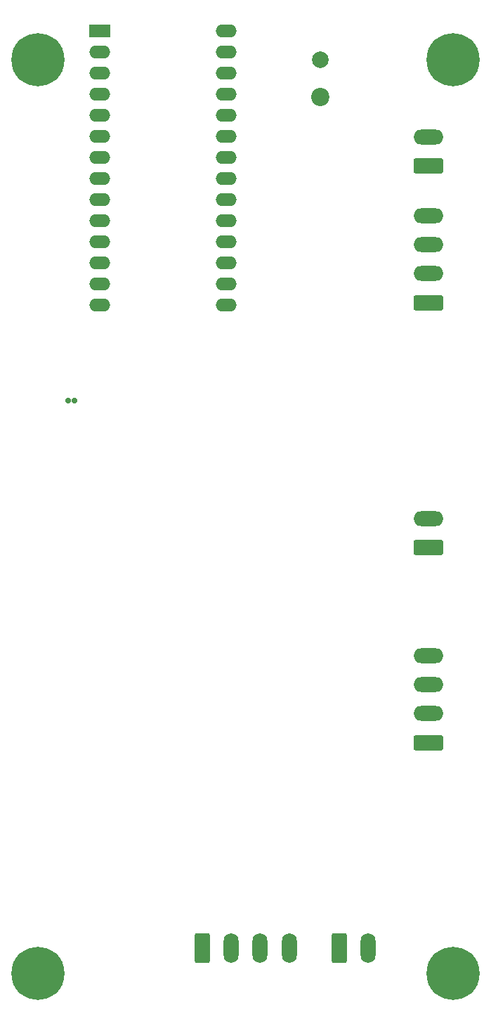
<source format=gbs>
G04 #@! TF.GenerationSoftware,KiCad,Pcbnew,7.0.11*
G04 #@! TF.CreationDate,2024-10-24T13:34:50-04:00*
G04 #@! TF.ProjectId,mouse-joystick-pcb,6d6f7573-652d-46a6-9f79-737469636b2d,1.0*
G04 #@! TF.SameCoordinates,Original*
G04 #@! TF.FileFunction,Soldermask,Bot*
G04 #@! TF.FilePolarity,Negative*
%FSLAX46Y46*%
G04 Gerber Fmt 4.6, Leading zero omitted, Abs format (unit mm)*
G04 Created by KiCad (PCBNEW 7.0.11) date 2024-10-24 13:34:50*
%MOMM*%
%LPD*%
G01*
G04 APERTURE LIST*
G04 Aperture macros list*
%AMRoundRect*
0 Rectangle with rounded corners*
0 $1 Rounding radius*
0 $2 $3 $4 $5 $6 $7 $8 $9 X,Y pos of 4 corners*
0 Add a 4 corners polygon primitive as box body*
4,1,4,$2,$3,$4,$5,$6,$7,$8,$9,$2,$3,0*
0 Add four circle primitives for the rounded corners*
1,1,$1+$1,$2,$3*
1,1,$1+$1,$4,$5*
1,1,$1+$1,$6,$7*
1,1,$1+$1,$8,$9*
0 Add four rect primitives between the rounded corners*
20,1,$1+$1,$2,$3,$4,$5,0*
20,1,$1+$1,$4,$5,$6,$7,0*
20,1,$1+$1,$6,$7,$8,$9,0*
20,1,$1+$1,$8,$9,$2,$3,0*%
G04 Aperture macros list end*
%ADD10RoundRect,0.250000X1.550000X-0.650000X1.550000X0.650000X-1.550000X0.650000X-1.550000X-0.650000X0*%
%ADD11O,3.600000X1.800000*%
%ADD12C,2.000000*%
%ADD13C,2.200000*%
%ADD14O,2.540000X1.524000*%
%ADD15R,2.540000X1.524000*%
%ADD16RoundRect,0.250000X-0.650000X-1.550000X0.650000X-1.550000X0.650000X1.550000X-0.650000X1.550000X0*%
%ADD17O,1.800000X3.600000*%
%ADD18C,6.400000*%
%ADD19C,0.700000*%
G04 APERTURE END LIST*
D10*
X124400000Y-75850000D03*
D11*
X124400000Y-72350000D03*
X124400000Y-68850000D03*
X124400000Y-65350000D03*
D12*
X111400000Y-46550000D03*
D13*
X111400000Y-51050000D03*
D10*
X124400000Y-105350000D03*
D11*
X124400000Y-101850000D03*
D14*
X100020000Y-45630000D03*
X84780000Y-45630000D03*
X84780000Y-48170000D03*
X84780000Y-50710000D03*
X84780000Y-53250000D03*
X100020000Y-48170000D03*
X84780000Y-55790000D03*
X84780000Y-58330000D03*
X84780000Y-60870000D03*
X84780000Y-63410000D03*
X84780000Y-65950000D03*
X84780000Y-68490000D03*
X84780000Y-71030000D03*
X84780000Y-73570000D03*
X84780000Y-76110000D03*
X100020000Y-76110000D03*
X100020000Y-73570000D03*
X100020000Y-71030000D03*
X100020000Y-68490000D03*
X100020000Y-65950000D03*
X100020000Y-63410000D03*
X100020000Y-60870000D03*
X100020000Y-58330000D03*
X100020000Y-55790000D03*
X100020000Y-53250000D03*
X100020000Y-50710000D03*
D15*
X84780000Y-43090000D03*
D14*
X100020000Y-43090000D03*
D16*
X97150000Y-153600000D03*
D17*
X100650000Y-153600000D03*
X104150000Y-153600000D03*
X107650000Y-153600000D03*
D10*
X124400000Y-128850000D03*
D11*
X124400000Y-125350000D03*
X124400000Y-121850000D03*
X124400000Y-118350000D03*
D18*
X77400000Y-46600000D03*
D16*
X113650000Y-153600000D03*
D17*
X117150000Y-153600000D03*
D10*
X124400000Y-59350000D03*
D11*
X124400000Y-55850000D03*
D18*
X77400000Y-156600000D03*
X127400000Y-46600000D03*
D19*
X81793700Y-87600000D03*
X81006300Y-87600000D03*
D18*
X127400000Y-156600000D03*
M02*

</source>
